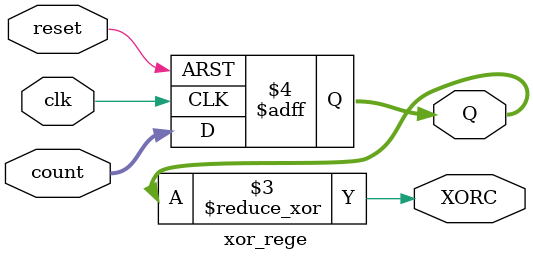
<source format=sv>
`timescale 1ns / 1ps


module xor_rege (
    input clk,                    
    input reset,                  
    input logic [7:0]count,             
    output logic [7:0]Q,
    output logic XORC          
);
 
    always @(posedge clk or negedge reset) begin
        if (!reset) 
            Q <= 8'd0;            
        else
            Q <= count;           
    end
    
    assign XORC = ^Q;
endmodule

</source>
